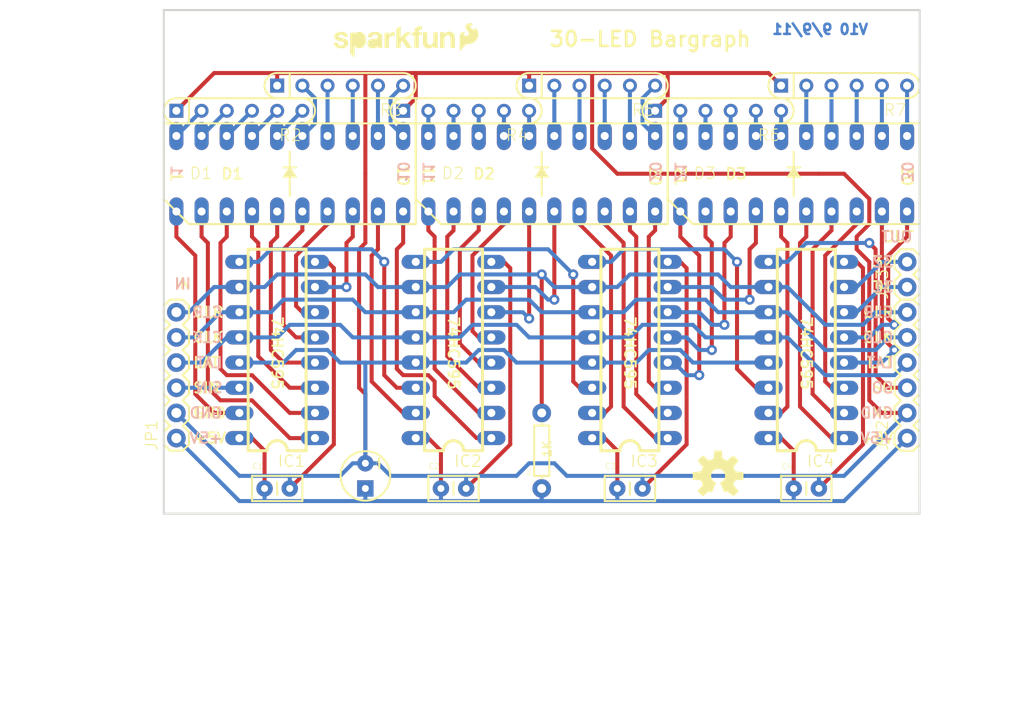
<source format=kicad_pcb>
(kicad_pcb (version 20211014) (generator pcbnew)
  (layers (0 "F.Cu" signal) (31 "B.Cu" signal) (34 "B.Paste" user) (35 "F.Paste" user) (36 "B.SilkS" user "B.Silkscreen") (37 "F.SilkS" user "F.Silkscreen") (38 "B.Mask" user) (39 "F.Mask" user) (44 "Edge.Cuts" user))
  (net 0 "")
  (net 1 "N$1")
  (net 2 "N$2")
  (net 3 "N$3")
  (net 4 "N$4")
  (net 5 "N$5")
  (net 6 "N$6")
  (net 7 "N$7")
  (net 8 "N$8")
  (net 9 "N$10")
  (net 10 "N$19")
  (net 11 "N$20")
  (net 12 "N$21")
  (net 13 "N$22")
  (net 14 "N$23")
  (net 15 "N$24")
  (net 16 "N$28")
  (net 17 "VCC")
  (net 18 "N$41")
  (net 19 "GND")
  (net 20 "N$65")
  (net 21 "N$66")
  (net 22 "N$67")
  (net 23 "CLOCK")
  (net 24 "LATCH")
  (net 25 "SEROUT")
  (net 26 "SERIN")
  (net 27 "N$9")
  (net 28 "N$27")
  (net 29 "N$39")
  (net 30 "N$40")
  (net 31 "N$42")
  (net 32 "N$12")
  (net 33 "N$11")
  (net 34 "N$13")
  (net 35 "N$14")
  (net 36 "N$15")
  (net 37 "N$16")
  (net 38 "N$17")
  (net 39 "N$18")
  (net 40 "N$25")
  (net 41 "N$26")
  (net 42 "N$29")
  (net 43 "N$30")
  (net 44 "N$31")
  (net 45 "N$32")
  (net 46 "N$33")
  (net 47 "N$34")
  (net 48 "N$35")
  (net 49 "N$36")
  (net 50 "N$37")
  (net 51 "N$38")
  (net 52 "N$43")
  (net 53 "N$44")
  (net 54 "N$45")
  (net 55 "N$46")
  (net 56 "N$47")
  (net 57 "N$48")
  (net 58 "N$49")
  (net 59 "N$50")
  (net 60 "N$51")
  (net 61 "N$52")
  (net 62 "N$53")
  (net 63 "N$54")
  (net 64 "N$55")
  (net 65 "N$56")
  (net 66 "N$57")
  (net 67 "N$58")
  (net 68 "N$59")
  (net 69 "N$60")
  (net 70 "*CLEAR")
  (net 71 "31")
  (net 72 "32")
  (footprint "boardEagle:LED_BARGAPH_10" (layer "F.Cu") (at 173.9011 96.1136)
    (fp_text reference "D3")
    (fp_text value "")
  )
  (footprint "boardEagle:DIL16" (layer "F.Cu") (at 139.6111 113.8936 90)
    (fp_text reference "IC2")
    (fp_text value "74LS595N")
  )
  (footprint "boardEagle:1X06" (layer "F.Cu") (at 185.3311 122.7836 90)
    (fp_text reference "JP2")
    (fp_text value "OUT")
  )
  (footprint "boardEagle:CAP-PTH-SMALL2" (layer "F.Cu") (at 120.5611 127.8636)
    (fp_text reference "C1")
    (fp_text value "0.1uF")
  )
  (footprint "boardEagle:LED_BARGAPH_10" (layer "F.Cu") (at 123.1011 96.1136)
    (fp_text reference "D1")
    (fp_text value "")
  )
  (footprint "boardEagle:DIL16" (layer "F.Cu") (at 121.8311 113.8936 90)
    (fp_text reference "IC1")
    (fp_text value "74LS595N")
  )
  (footprint "boardEagle:STAND-OFF" (layer "F.Cu") (at 112.9411 127.8636)
    (fp_text reference "SO4" hide)
    (fp_text value "STAND-OFF" hide)
  )
  (footprint "boardEagle:OSHW-LOGO-M" (layer "F.Cu") (at 166.2811 126.5936)
    (fp_text reference "U$5" hide)
    (fp_text value "OSHW-LOGOM" hide)
  )
  (footprint "boardEagle:STAND-OFF" (layer "F.Cu") (at 184.0611 82.1436)
    (fp_text reference "SO2" hide)
    (fp_text value "STAND-OFF" hide)
  )
  (footprint "boardEagle:RPACK-SIP-PTH-5" (layer "F.Cu") (at 121.8311 87.2236 90)
    (fp_text reference "R3")
    (fp_text value "330")
  )
  (footprint "boardEagle:STAND-OFF" (layer "F.Cu") (at 184.0611 127.8636)
    (fp_text reference "SO3" hide)
    (fp_text value "STAND-OFF" hide)
  )
  (footprint "boardEagle:CAP-PTH-SMALL2" (layer "F.Cu") (at 156.1211 127.8636)
    (fp_text reference "C3")
    (fp_text value "0.1uF")
  )
  (footprint "boardEagle:DIL16" (layer "F.Cu") (at 157.3911 113.8936 90)
    (fp_text reference "IC3")
    (fp_text value "74LS595N")
  )
  (footprint "boardEagle:1X06" (layer "F.Cu") (at 111.6711 122.7836 90)
    (fp_text reference "JP1")
    (fp_text value "IN")
  )
  (footprint "boardEagle:RPACK-SIP-PTH-5" (layer "F.Cu") (at 147.2311 87.2236 90)
    (fp_text reference "R5")
    (fp_text value "330")
  )
  (footprint "boardEagle:AXIAL-0.3" (layer "F.Cu") (at 148.5011 124.0536 90)
    (fp_text reference "R1")
    (fp_text value "1K")
  )
  (footprint "boardEagle:1X02" (layer "F.Cu") (at 185.3311 107.5436 90)
    (fp_text reference "JP3")
    (fp_text value "")
  )
  (footprint "boardEagle:LED_BARGAPH_10" (layer "F.Cu") (at 148.5011 96.1136)
    (fp_text reference "D2")
    (fp_text value "")
  )
  (footprint "boardEagle:DIL16" (layer "F.Cu") (at 175.1711 113.8936 90)
    (fp_text reference "IC4")
    (fp_text value "74LS595N")
  )
  (footprint "boardEagle:CPOL-RADIAL-10UF-25V" (layer "F.Cu") (at 130.7211 126.5936 -90)
    (fp_text reference "C5")
    (fp_text value "10uF")
  )
  (footprint "boardEagle:CAP-PTH-SMALL2" (layer "F.Cu") (at 173.9011 127.8636)
    (fp_text reference "C4")
    (fp_text value "0.1uF")
  )
  (footprint "boardEagle:RPACK-SIP-PTH-5" (layer "F.Cu") (at 172.6311 87.2236 90)
    (fp_text reference "R7")
    (fp_text value "330")
  )
  (footprint "boardEagle:CAP-PTH-SMALL2" (layer "F.Cu") (at 138.3411 127.8636)
    (fp_text reference "C2")
    (fp_text value "0.1uF")
  )
  (footprint "boardEagle:RPACK-SIP-PTH-5" (layer "F.Cu") (at 159.9311 89.7636 90)
    (fp_text reference "R6")
    (fp_text value "330")
  )
  (footprint "boardEagle:SFE-LOGO-FLAME" (layer "F.Cu") (at 140.2461 83.7311)
    (fp_text reference "LOGO2" hide)
    (fp_text value "LOGO-SFESK" hide)
  )
  (footprint "boardEagle:RPACK-SIP-PTH-5" (layer "F.Cu") (at 111.6711 89.7636 90)
    (fp_text reference "R2")
    (fp_text value "330")
  )
  (footprint "boardEagle:STAND-OFF" (layer "F.Cu") (at 112.9411 82.1436)
    (fp_text reference "SO1" hide)
    (fp_text value "STAND-OFF" hide)
  )
  (footprint "boardEagle:CREATIVE_COMMONS" (layer "F.Cu") (at 114.2111 149.4536)
    (fp_text reference "U$6" hide)
    (fp_text value "CREATIVE_COMMONS" hide)
  )
  (footprint "boardEagle:SFE-NEW-WEB" (layer "F.Cu") (at 127.5461 84.3661)
    (fp_text reference "LOGO1" hide)
    (fp_text value "LOGO-SFENW2" hide)
  )
  (footprint "boardEagle:RPACK-SIP-PTH-5" (layer "F.Cu") (at 134.5311 89.7636 90)
    (fp_text reference "R4")
    (fp_text value "330")
  )
  (gr_line (start 110.4011 79.6036) (end 110.4011 130.4036) (layer "Edge.Cuts") (width 0.2032))
  (gr_line (start 186.6011 79.6036) (end 110.4011 79.6036) (layer "Edge.Cuts") (width 0.2032))
  (gr_line (start 186.5811 130.4036) (end 186.6011 79.6036) (layer "Edge.Cuts") (width 0.2032))
  (gr_line (start 110.4011 130.4036) (end 186.5811 130.4036) (layer "Edge.Cuts") (width 0.2032))
  (gr_text "V10 9/9/11" (at 181.5211 82.1436) (layer "B.Cu") (effects (font (size 1.016 1.016) (thickness 0.254)) (justify left bottom mirror)))
  (gr_text "LAT" (at 184.0611 115.7986) (layer "B.SilkS") (effects (font (size 1.0795 1.0795) (thickness 0.1905)) (justify left bottom mirror)))
  (gr_text "32" (at 184.0611 105.6386) (layer "B.SilkS") (effects (font (size 1.0795 1.0795) (thickness 0.1905)) (justify left bottom mirror)))
  (gr_text "11" (at 136.4361 97.0661 -90) (layer "B.SilkS") (effects (font (size 1.0795 1.0795) (thickness 0.1905)) (justify left bottom mirror)))
  (gr_text "1" (at 111.0361 96.4311 -90) (layer "B.SilkS") (effects (font (size 1.0795 1.0795) (thickness 0.1905)) (justify left bottom mirror)))
  (gr_text "OUT" (at 185.9661 103.0986) (layer "B.SilkS") (effects (font (size 1.0795 1.0795) (thickness 0.1905)) (justify left bottom mirror)))
  (gr_text "LAT" (at 116.4336 115.7986) (layer "B.SilkS") (effects (font (size 1.0795 1.0795) (thickness 0.1905)) (justify left bottom mirror)))
  (gr_text "GND" (at 184.0611 120.8786) (layer "B.SilkS") (effects (font (size 1.0795 1.0795) (thickness 0.1905)) (justify left bottom mirror)))
  (gr_text "21" (at 161.8361 97.0661 -90) (layer "B.SilkS") (effects (font (size 1.0795 1.0795) (thickness 0.1905)) (justify left bottom mirror)))
  (gr_text "SO" (at 184.0611 118.3386) (layer "B.SilkS") (effects (font (size 1.0795 1.0795) (thickness 0.1905)) (justify left bottom mirror)))
  (gr_text "20" (at 159.2961 97.0661 -90) (layer "B.SilkS") (effects (font (size 1.0795 1.0795) (thickness 0.1905)) (justify left bottom mirror)))
  (gr_text "GND" (at 116.4336 120.8786) (layer "B.SilkS") (effects (font (size 1.0795 1.0795) (thickness 0.1905)) (justify left bottom mirror)))
  (gr_text "+5V" (at 116.4336 123.4186) (layer "B.SilkS") (effects (font (size 1.0795 1.0795) (thickness 0.1905)) (justify left bottom mirror)))
  (gr_text "CLR" (at 184.0611 110.7186) (layer "B.SilkS") (effects (font (size 1.0795 1.0795) (thickness 0.1905)) (justify left bottom mirror)))
  (gr_text "10" (at 133.8961 97.0661 -90) (layer "B.SilkS") (effects (font (size 1.0795 1.0795) (thickness 0.1905)) (justify left bottom mirror)))
  (gr_text "CLR" (at 116.4336 110.7186) (layer "B.SilkS") (effects (font (size 1.0795 1.0795) (thickness 0.1905)) (justify left bottom mirror)))
  (gr_text "CLK" (at 116.4336 113.2586) (layer "B.SilkS") (effects (font (size 1.0795 1.0795) (thickness 0.1905)) (justify left bottom mirror)))
  (gr_text "CLK" (at 184.0611 113.2586) (layer "B.SilkS") (effects (font (size 1.0795 1.0795) (thickness 0.1905)) (justify left bottom mirror)))
  (gr_text "SIN" (at 116.4336 118.3386) (layer "B.SilkS") (effects (font (size 1.0795 1.0795) (thickness 0.1905)) (justify left bottom mirror)))
  (gr_text "30" (at 184.6961 97.0661 -90) (layer "B.SilkS") (effects (font (size 1.0795 1.0795) (thickness 0.1905)) (justify left bottom mirror)))
  (gr_text "31" (at 184.0611 108.1786) (layer "B.SilkS") (effects (font (size 1.0795 1.0795) (thickness 0.1905)) (justify left bottom mirror)))
  (gr_text "+5V" (at 184.0611 123.4186) (layer "B.SilkS") (effects (font (size 1.0795 1.0795) (thickness 0.1905)) (justify left bottom mirror)))
  (gr_text "IN" (at 113.2586 107.8611) (layer "B.SilkS") (effects (font (size 1.0795 1.0795) (thickness 0.1905)) (justify left bottom mirror)))
  (gr_text "+5V" (at 113.2586 123.4186) (layer "F.SilkS") (effects (font (size 1.0795 1.0795) (thickness 0.1905)) (justify left bottom)))
  (gr_text "21" (at 161.8361 95.1611 270) (layer "F.SilkS") (effects (font (size 1.0795 1.0795) (thickness 0.1905)) (justify left bottom)))
  (gr_text "10" (at 133.8961 95.1611 270) (layer "F.SilkS") (effects (font (size 1.0795 1.0795) (thickness 0.1905)) (justify left bottom)))
  (gr_text "30" (at 184.6961 95.1611 270) (layer "F.SilkS") (effects (font (size 1.0795 1.0795) (thickness 0.1905)) (justify left bottom)))
  (gr_text "CLK" (at 184.0611 111.9886) (layer "F.SilkS") (effects (font (size 1.0795 1.0795) (thickness 0.1905)) (justify right top)))
  (gr_text "OUT" (at 182.7911 103.0986) (layer "F.SilkS") (effects (font (size 1.0795 1.0795) (thickness 0.1905)) (justify left bottom)))
  (gr_text "30-LED Bargraph" (at 149.1361 83.4136) (layer "F.SilkS") (effects (font (size 1.5113 1.5113) (thickness 0.2667)) (justify left bottom)))
  (gr_text "CLK" (at 113.2586 113.2586) (layer "F.SilkS") (effects (font (size 1.0795 1.0795) (thickness 0.1905)) (justify left bottom)))
  (gr_text "SIN" (at 113.2586 118.3386) (layer "F.SilkS") (effects (font (size 1.0795 1.0795) (thickness 0.1905)) (justify left bottom)))
  (gr_text "+5V" (at 184.0611 122.1486) (layer "F.SilkS") (effects (font (size 1.0795 1.0795) (thickness 0.1905)) (justify right top)))
  (gr_text "74HC595" (at 174.5361 110.4011 270) (layer "F.SilkS") (effects (font (size 1.0795 1.0795) (thickness 0.1905)) (justify left bottom)))
  (gr_text "CLR" (at 184.0611 109.4486) (layer "F.SilkS") (effects (font (size 1.0795 1.0795) (thickness 0.1905)) (justify right top)))
  (gr_text "11" (at 136.4361 95.1611 270) (layer "F.SilkS") (effects (font (size 1.0795 1.0795) (thickness 0.1905)) (justify left bottom)))
  (gr_text "LAT" (at 184.0611 114.5286) (layer "F.SilkS") (effects (font (size 1.0795 1.0795) (thickness 0.1905)) (justify right top)))
  (gr_text "1" (at 111.0361 95.7961 270) (layer "F.SilkS") (effects (font (size 1.0795 1.0795) (thickness 0.1905)) (justify left bottom)))
  (gr_text "SO" (at 184.0611 117.0686) (layer "F.SilkS") (effects (font (size 1.0795 1.0795) (thickness 0.1905)) (justify right top)))
  (gr_text "D3" (at 166.9161 96.7486) (layer "F.SilkS") (effects (font (size 1.0795 1.0795) (thickness 0.1905)) (justify left bottom)))
  (gr_text "IN" (at 111.3536 107.8611) (layer "F.SilkS") (effects (font (size 1.0795 1.0795) (thickness 0.1905)) (justify left bottom)))
  (gr_text "74HC595" (at 138.9761 110.4011 270) (layer "F.SilkS") (effects (font (size 1.0795 1.0795) (thickness 0.1905)) (justify left bottom)))
  (gr_text "74HC595" (at 121.1961 110.4011 270) (layer "F.SilkS") (effects (font (size 1.0795 1.0795) (thickness 0.1905)) (justify left bottom)))
  (gr_text "31" (at 184.0611 106.9086) (layer "F.SilkS") (effects (font (size 1.0795 1.0795) (thickness 0.1905)) (justify right top)))
  (gr_text "20" (at 159.2961 95.1611 270) (layer "F.SilkS") (effects (font (size 1.0795 1.0795) (thickness 0.1905)) (justify left bottom)))
  (gr_text "LAT" (at 113.2586 115.7986) (layer "F.SilkS") (effects (font (size 1.0795 1.0795) (thickness 0.1905)) (justify left bottom)))
  (gr_text "D1" (at 116.1161 96.7486) (layer "F.SilkS") (effects (font (size 1.0795 1.0795) (thickness 0.1905)) (justify left bottom)))
  (gr_text "GND" (at 184.0611 119.6086) (layer "F.SilkS") (effects (font (size 1.0795 1.0795) (thickness 0.1905)) (justify right top)))
  (gr_text "GND" (at 113.2586 120.8786) (layer "F.SilkS") (effects (font (size 1.0795 1.0795) (thickness 0.1905)) (justify left bottom)))
  (gr_text "32" (at 184.0611 104.3686) (layer "F.SilkS") (effects (font (size 1.0795 1.0795) (thickness 0.1905)) (justify right top)))
  (gr_text "D2" (at 141.5161 96.7486) (layer "F.SilkS") (effects (font (size 1.0795 1.0795) (thickness 0.1905)) (justify left bottom)))
  (gr_text "74HC595" (at 156.7561 110.4011 270) (layer "F.SilkS") (effects (font (size 1.0795 1.0795) (thickness 0.1905)) (justify left bottom)))
  (gr_text "CLR" (at 113.2586 110.7186) (layer "F.SilkS") (effects (font (size 1.0795 1.0795) (thickness 0.1905)) (justify left bottom)))
  (segment (start 113.5761 104.3686) (end 111.6711 102.4636) (width 0.4064) (layer "F.Cu") (net 1))
  (segment (start 113.5761 118.3386) (end 113.5761 104.3686) (width 0.4064) (layer "F.Cu") (net 1))
  (segment (start 115.4811 120.2436) (end 118.0211 120.2436) (width 0.4064) (layer "F.Cu") (net 1))
  (segment (start 113.5761 118.3386) (end 115.4811 120.2436) (width 0.4064) (layer "F.Cu") (net 1))
  (segment (start 111.6711 102.4636) (end 111.6711 99.9236) (width 0.4064) (layer "F.Cu") (net 1))
  (segment (start 114.2111 102.4636) (end 114.2111 99.9236) (width 0.4064) (layer "F.Cu") (net 2))
  (segment (start 114.8461 117.7036) (end 114.8461 103.0986) (width 0.4064) (layer "F.Cu") (net 2))
  (segment (start 123.1011 122.7836) (end 125.6411 122.7836) (width 0.4064) (layer "F.Cu") (net 2))
  (segment (start 116.1161 118.9736) (end 119.2911 118.9736) (width 0.4064) (layer "F.Cu") (net 2))
  (segment (start 114.8461 103.0986) (end 114.2111 102.4636) (width 0.4064) (layer "F.Cu") (net 2))
  (segment (start 119.2911 118.9736) (end 123.1011 122.7836) (width 0.4064) (layer "F.Cu") (net 2))
  (segment (start 114.8461 117.7036) (end 116.1161 118.9736) (width 0.4064) (layer "F.Cu") (net 2))
  (segment (start 123.1011 120.2436) (end 125.6411 120.2436) (width 0.4064) (layer "F.Cu") (net 3))
  (segment (start 116.1161 115.7986) (end 116.1161 103.0986) (width 0.4064) (layer "F.Cu") (net 3))
  (segment (start 116.7511 116.4336) (end 119.2911 116.4336) (width 0.4064) (layer "F.Cu") (net 3))
  (segment (start 116.1161 103.0986) (end 116.7511 102.4636) (width 0.4064) (layer "F.Cu") (net 3))
  (segment (start 116.7511 116.4336) (end 116.1161 115.7986) (width 0.4064) (layer "F.Cu") (net 3))
  (segment (start 119.2911 116.4336) (end 123.1011 120.2436) (width 0.4064) (layer "F.Cu") (net 3))
  (segment (start 116.7511 102.4636) (end 116.7511 99.9236) (width 0.4064) (layer "F.Cu") (net 3))
  (segment (start 119.2911 102.4636) (end 119.2911 99.9236) (width 0.4064) (layer "F.Cu") (net 4))
  (segment (start 119.9261 114.5286) (end 123.1011 117.7036) (width 0.4064) (layer "F.Cu") (net 4))
  (segment (start 119.9261 114.5286) (end 119.9261 103.0986) (width 0.4064) (layer "F.Cu") (net 4))
  (segment (start 119.9261 103.0986) (end 119.2911 102.4636) (width 0.4064) (layer "F.Cu") (net 4))
  (segment (start 123.1011 117.7036) (end 125.6411 117.7036) (width 0.4064) (layer "F.Cu") (net 4))
  (segment (start 122.4661 115.1636) (end 121.1961 113.8936) (width 0.4064) (layer "F.Cu") (net 5))
  (segment (start 121.8311 102.4636) (end 121.8311 99.9236) (width 0.4064) (layer "F.Cu") (net 5))
  (segment (start 121.1961 113.8936) (end 121.1961 103.0986) (width 0.4064) (layer "F.Cu") (net 5))
  (segment (start 122.4661 115.1636) (end 125.6411 115.1636) (width 0.4064) (layer "F.Cu") (net 5))
  (segment (start 121.1961 103.0986) (end 121.8311 102.4636) (width 0.4064) (layer "F.Cu") (net 5))
  (segment (start 124.3711 101.8286) (end 124.3711 99.9236) (width 0.4064) (layer "F.Cu") (net 6))
  (segment (start 122.4661 103.7336) (end 124.3711 101.8286) (width 0.4064) (layer "F.Cu") (net 6))
  (segment (start 123.7361 112.6236) (end 125.6411 112.6236) (width 0.4064) (layer "F.Cu") (net 6))
  (segment (start 122.4661 111.3536) (end 122.4661 103.7336) (width 0.4064) (layer "F.Cu") (net 6))
  (segment (start 122.4661 111.3536) (end 123.7361 112.6236) (width 0.4064) (layer "F.Cu") (net 6))
  (segment (start 126.9111 101.1936) (end 126.9111 99.9236) (width 0.4064) (layer "F.Cu") (net 7))
  (segment (start 124.3711 110.0836) (end 123.7361 109.4486) (width 0.4064) (layer "F.Cu") (net 7))
  (segment (start 123.7361 104.3686) (end 126.9111 101.1936) (width 0.4064) (layer "F.Cu") (net 7))
  (segment (start 123.7361 109.4486) (end 123.7361 104.3686) (width 0.4064) (layer "F.Cu") (net 7))
  (segment (start 124.3711 110.0836) (end 125.6411 110.0836) (width 0.4064) (layer "F.Cu") (net 7))
  (segment (start 129.4511 102.4636) (end 129.4511 99.9236) (width 0.4064) (layer "F.Cu") (net 8))
  (segment (start 128.8161 107.5436) (end 128.8161 103.0986) (width 0.4064) (layer "F.Cu") (net 8))
  (segment (start 128.8161 103.0986) (end 129.4511 102.4636) (width 0.4064) (layer "F.Cu") (net 8))
  (via (at 128.8161 107.5436) (size 1.016) (drill 0.508) (layers "F.Cu" "B.Cu") (net 8))
  (segment (start 125.6411 107.5436) (end 128.8161 107.5436) (width 0.4064) (layer "B.Cu") (net 8))
  (segment (start 134.5311 116.4336) (end 133.8961 115.7986) (width 0.4064) (layer "F.Cu") (net 9))
  (segment (start 134.5311 103.0986) (end 134.5311 99.9236) (width 0.4064) (layer "F.Cu") (net 9))
  (segment (start 137.7061 117.0686) (end 137.0711 116.4336) (width 0.4064) (layer "F.Cu") (net 9))
  (segment (start 137.0711 116.4336) (end 134.5311 116.4336) (width 0.4064) (layer "F.Cu") (net 9))
  (segment (start 137.7061 118.5565) (end 137.7061 117.0686) (width 0.4064) (layer "F.Cu") (net 9))
  (segment (start 133.8961 115.7986) (end 133.8961 103.7336) (width 0.4064) (layer "F.Cu") (net 9))
  (segment (start 133.8961 103.7336) (end 134.5311 103.0986) (width 0.4064) (layer "F.Cu") (net 9))
  (segment (start 137.7061 118.5565) (end 141.9332 122.7836) (width 0.4064) (layer "F.Cu") (net 9))
  (segment (start 141.9332 122.7836) (end 143.4211 122.7836) (width 0.4064) (layer "F.Cu") (net 9))
  (segment (start 137.0711 101.8286) (end 137.0711 99.9236) (width 0.4064) (layer "F.Cu") (net 10))
  (segment (start 137.7061 115.7986) (end 142.1511 120.2436) (width 0.4064) (layer "F.Cu") (net 10))
  (segment (start 137.7061 115.7986) (end 137.7061 102.4636) (width 0.4064) (layer "F.Cu") (net 10))
  (segment (start 137.7061 102.4636) (end 137.0711 101.8286) (width 0.4064) (layer "F.Cu") (net 10))
  (segment (start 142.1511 120.2436) (end 143.4211 120.2436) (width 0.4064) (layer "F.Cu") (net 10))
  (segment (start 138.9761 102.4636) (end 139.6111 101.8286) (width 0.4064) (layer "F.Cu") (net 11))
  (segment (start 142.1511 117.7036) (end 143.4211 117.7036) (width 0.4064) (layer "F.Cu") (net 11))
  (segment (start 138.9761 114.5286) (end 138.9761 102.4636) (width 0.4064) (layer "F.Cu") (net 11))
  (segment (start 142.1511 117.7036) (end 138.9761 114.5286) (width 0.4064) (layer "F.Cu") (net 11))
  (segment (start 139.6111 101.8286) (end 139.6111 99.9236) (width 0.4064) (layer "F.Cu") (net 11))
  (segment (start 142.1511 101.8286) (end 142.1511 99.9236) (width 0.4064) (layer "F.Cu") (net 12))
  (segment (start 140.2461 103.7336) (end 142.1511 101.8286) (width 0.4064) (layer "F.Cu") (net 12))
  (segment (start 140.2461 113.2586) (end 142.1511 115.1636) (width 0.4064) (layer "F.Cu") (net 12))
  (segment (start 140.2461 113.2586) (end 140.2461 103.7336) (width 0.4064) (layer "F.Cu") (net 12))
  (segment (start 142.1511 115.1636) (end 143.4211 115.1636) (width 0.4064) (layer "F.Cu") (net 12))
  (segment (start 141.5161 104.3686) (end 144.6911 101.1936) (width 0.4064) (layer "F.Cu") (net 13))
  (segment (start 141.5161 111.9886) (end 141.5161 104.3686) (width 0.4064) (layer "F.Cu") (net 13))
  (segment (start 144.6911 101.1936) (end 144.6911 99.9236) (width 0.4064) (layer "F.Cu") (net 13))
  (segment (start 142.1511 112.6236) (end 141.5161 111.9886) (width 0.4064) (layer "F.Cu") (net 13))
  (segment (start 142.1511 112.6236) (end 143.4211 112.6236) (width 0.4064) (layer "F.Cu") (net 13))
  (segment (start 147.2311 110.7186) (end 147.2311 99.9236) (width 0.4064) (layer "F.Cu") (net 14))
  (via (at 147.2311 110.7186) (size 1.016) (drill 0.508) (layers "F.Cu" "B.Cu") (net 14))
  (segment (start 143.4211 110.0836) (end 146.5961 110.0836) (width 0.4064) (layer "B.Cu") (net 14))
  (segment (start 146.5961 110.0836) (end 147.2311 110.7186) (width 0.4064) (layer "B.Cu") (net 14))
  (segment (start 149.7711 108.8136) (end 149.7711 99.9236) (width 0.4064) (layer "F.Cu") (net 15))
  (via (at 149.7711 108.8136) (size 1.016) (drill 0.508) (layers "F.Cu" "B.Cu") (net 15))
  (segment (start 143.4211 107.5436) (end 147.8661 107.5436) (width 0.4064) (layer "B.Cu") (net 15))
  (segment (start 149.1361 108.8136) (end 149.7711 108.8136) (width 0.4064) (layer "B.Cu") (net 15))
  (segment (start 147.8661 107.5436) (end 149.1361 108.8136) (width 0.4064) (layer "B.Cu") (net 15))
  (segment (start 174.5361 103.0986) (end 175.1711 102.4636) (width 0.4064) (layer "F.Cu") (net 16))
  (segment (start 177.7111 122.7836) (end 174.5361 119.6086) (width 0.4064) (layer "F.Cu") (net 16))
  (segment (start 175.1711 102.4636) (end 175.1711 99.9236) (width 0.4064) (layer "F.Cu") (net 16))
  (segment (start 174.5361 119.6086) (end 174.5361 103.0986) (width 0.4064) (layer "F.Cu") (net 16))
  (segment (start 177.7111 122.7836) (end 178.9811 122.7836) (width 0.4064) (layer "F.Cu") (net 16))
  (segment (start 137.0711 122.7836) (end 135.8011 122.7836) (width 0.4064) (layer "F.Cu") (net 17))
  (segment (start 173.9011 124.0536) (end 172.6311 122.7836) (width 0.4064) (layer "F.Cu") (net 17))
  (segment (start 120.5611 124.0536) (end 119.2911 122.7836) (width 0.4064) (layer "F.Cu") (net 17))
  (segment (start 172.6311 122.7836) (end 171.3611 122.7836) (width 0.4064) (layer "F.Cu") (net 17))
  (segment (start 156.1211 127.8636) (end 156.1211 124.0536) (width 0.4064) (layer "F.Cu") (net 17))
  (segment (start 119.2911 122.7836) (end 118.0211 122.7836) (width 0.4064) (layer "F.Cu") (net 17))
  (segment (start 120.5611 127.8636) (end 120.5611 124.0536) (width 0.4064) (layer "F.Cu") (net 17))
  (segment (start 156.1211 124.0536) (end 154.8511 122.7836) (width 0.4064) (layer "F.Cu") (net 17))
  (segment (start 154.8511 122.7836) (end 153.5811 122.7836) (width 0.4064) (layer "F.Cu") (net 17))
  (segment (start 138.3411 124.0536) (end 137.0711 122.7836) (width 0.4064) (layer "F.Cu") (net 17))
  (segment (start 173.9011 127.8636) (end 173.9011 124.0536) (width 0.4064) (layer "F.Cu") (net 17))
  (segment (start 138.3411 127.8636) (end 138.3411 124.0536) (width 0.4064) (layer "F.Cu") (net 17))
  (segment (start 173.9011 129.1336) (end 178.9811 129.1336) (width 0.4064) (layer "B.Cu") (net 17))
  (segment (start 130.7211 129.1336) (end 138.3411 129.1336) (width 0.4064) (layer "B.Cu") (net 17))
  (segment (start 138.3411 129.1336) (end 148.5011 129.1336) (width 0.4064) (layer "B.Cu") (net 17))
  (segment (start 148.5011 129.1336) (end 148.5011 127.8636) (width 0.4064) (layer "B.Cu") (net 17))
  (segment (start 120.5611 129.1336) (end 120.5611 127.8636) (width 0.4064) (layer "B.Cu") (net 17))
  (segment (start 120.5611 129.1336) (end 130.7211 129.1336) (width 0.4064) (layer "B.Cu") (net 17))
  (segment (start 156.1211 129.1336) (end 156.1211 127.8636) (width 0.4064) (layer "B.Cu") (net 17))
  (segment (start 118.0211 129.1336) (end 120.5611 129.1336) (width 0.4064) (layer "B.Cu") (net 17))
  (segment (start 178.9811 129.1336) (end 185.3311 122.7836) (width 0.4064) (layer "B.Cu") (net 17))
  (segment (start 130.7211 129.1336) (end 130.7211 127.8636) (width 0.4064) (layer "B.Cu") (net 17))
  (segment (start 111.6711 122.7836) (end 118.0211 129.1336) (width 0.4064) (layer "B.Cu") (net 17))
  (segment (start 173.9011 129.1336) (end 173.9011 127.8636) (width 0.4064) (layer "B.Cu") (net 17))
  (segment (start 138.3411 129.1336) (end 138.3411 127.8636) (width 0.4064) (layer "B.Cu") (net 17))
  (segment (start 148.5011 129.1336) (end 156.1211 129.1336) (width 0.4064) (layer "B.Cu") (net 17))
  (segment (start 156.1211 129.1336) (end 173.9011 129.1336) (width 0.4064) (layer "B.Cu") (net 17))
  (segment (start 182.7911 112.6236) (end 182.7911 103.0986) (width 0.4064) (layer "F.Cu") (net 18))
  (segment (start 184.0611 113.8936) (end 182.7911 112.6236) (width 0.4064) (layer "F.Cu") (net 18))
  (segment (start 182.7911 101.1936) (end 182.7911 99.9236) (width 0.4064) (layer "F.Cu") (net 18))
  (segment (start 182.7911 103.0986) (end 182.7911 101.1936) (width 0.4064) (layer "F.Cu") (net 18))
  (via (at 184.0611 113.8936) (size 1.016) (drill 0.508) (layers "F.Cu" "B.Cu") (net 18))
  (segment (start 182.7911 115.1636) (end 184.0611 113.8936) (width 0.4064) (layer "B.Cu") (net 18))
  (segment (start 178.9811 115.1636) (end 182.7911 115.1636) (width 0.4064) (layer "B.Cu") (net 18))
  (segment (start 161.2011 85.9536) (end 161.2011 88.4936) (width 0.4064) (layer "F.Cu") (net 19))
  (segment (start 130.7211 85.9536) (end 135.8011 85.9536) (width 0.4064) (layer "F.Cu") (net 19))
  (segment (start 127.5461 105.6386) (end 126.9111 105.0036) (width 0.4064) (layer "F.Cu") (net 19))
  (segment (start 135.8011 85.9536) (end 147.2311 85.9536) (width 0.4064) (layer "F.Cu") (net 19))
  (segment (start 161.2011 88.4936) (end 159.9311 89.7636) (width 0.4064) (layer "F.Cu") (net 19))
  (segment (start 163.1061 123.4186) (end 163.1061 105.6386) (width 0.4064) (layer "F.Cu") (net 19))
  (segment (start 140.8811 127.8636) (end 145.3261 123.4186) (width 0.4064) (layer "F.Cu") (net 19))
  (segment (start 147.2311 85.9536) (end 153.5811 85.9536) (width 0.4064) (layer "F.Cu") (net 19))
  (segment (start 121.8311 85.9536) (end 121.8311 87.2236) (width 0.4064) (layer "F.Cu") (net 19))
  (segment (start 130.0861 103.7336) (end 130.7211 103.0986) (width 0.4064) (layer "F.Cu") (net 19))
  (segment (start 144.6911 105.0036) (end 143.4211 105.0036) (width 0.4064) (layer "F.Cu") (net 19))
  (segment (start 147.2311 85.9536) (end 147.2311 87.2236) (width 0.4064) (layer "F.Cu") (net 19))
  (segment (start 115.4811 85.9536) (end 111.6711 89.7636) (width 0.4064) (layer "F.Cu") (net 19))
  (segment (start 181.5211 105.0036) (end 180.2511 103.7336) (width 0.4064) (layer "F.Cu") (net 19))
  (segment (start 181.5211 118.9736) (end 181.5211 105.0036) (width 0.4064) (layer "F.Cu") (net 19))
  (segment (start 162.4711 105.0036) (end 161.2011 105.0036) (width 0.4064) (layer "F.Cu") (net 19))
  (segment (start 130.7211 85.9536) (end 121.8311 85.9536) (width 0.4064) (layer "F.Cu") (net 19))
  (segment (start 163.1061 105.6386) (end 162.4711 105.0036) (width 0.4064) (layer "F.Cu") (net 19))
  (segment (start 180.8861 105.6386) (end 180.2511 105.0036) (width 0.4064) (layer "F.Cu") (net 19))
  (segment (start 135.8011 85.9536) (end 135.8011 88.4936) (width 0.4064) (layer "F.Cu") (net 19))
  (segment (start 176.4411 96.1136) (end 178.9811 96.1136) (width 0.4064) (layer "F.Cu") (net 19))
  (segment (start 130.0861 117.7036) (end 130.0861 103.7336) (width 0.4064) (layer "F.Cu") (net 19))
  (segment (start 130.7211 118.3386) (end 130.0861 117.7036) (width 0.4064) (layer "F.Cu") (net 19))
  (segment (start 145.3261 123.4186) (end 145.3261 105.6386) (width 0.4064) (layer "F.Cu") (net 19))
  (segment (start 130.7211 125.3236) (end 130.7211 118.3386) (width 0.4064) (layer "F.Cu") (net 19))
  (segment (start 180.8861 123.4186) (end 180.8861 105.6386) (width 0.4064) (layer "F.Cu") (net 19))
  (segment (start 182.7911 120.2436) (end 181.5211 118.9736) (width 0.4064) (layer "F.Cu") (net 19))
  (segment (start 126.9111 105.0036) (end 125.6411 105.0036) (width 0.4064) (layer "F.Cu") (net 19))
  (segment (start 123.1011 127.8636) (end 127.5461 123.4186) (width 0.4064) (layer "F.Cu") (net 19))
  (segment (start 130.7211 103.0986) (end 130.7211 96.1136) (width 0.4064) (layer "F.Cu") (net 19))
  (segment (start 181.5211 101.1936) (end 180.2511 102.4636) (width 0.4064) (layer "F.Cu") (net 19))
  (segment (start 153.5811 85.9536) (end 161.2011 85.9536) (width 0.4064) (layer "F.Cu") (net 19))
  (segment (start 180.2511 103.7336) (end 180.2511 102.4636) (width 0.4064) (layer "F.Cu") (net 19))
  (segment (start 156.1211 96.1136) (end 176.4411 96.1136) (width 0.4064) (layer "F.Cu") (net 19))
  (segment (start 135.8011 88.4936) (end 134.5311 89.7636) (width 0.4064) (layer "F.Cu") (net 19))
  (segment (start 127.5461 123.4186) (end 127.5461 105.6386) (width 0.4064) (layer "F.Cu") (net 19))
  (segment (start 178.9811 96.1136) (end 181.5211 98.6536) (width 0.4064) (layer "F.Cu") (net 19))
  (segment (start 181.5211 98.6536) (end 181.5211 101.1936) (width 0.4064) (layer "F.Cu") (net 19))
  (segment (start 185.3311 120.2436) (end 182.7911 120.2436) (width 0.4064) (layer "F.Cu") (net 19))
  (segment (start 161.2011 85.9536) (end 171.3611 85.9536) (width 0.4064) (layer "F.Cu") (net 19))
  (segment (start 153.5811 93.5736) (end 156.1211 96.1136) (width 0.4064) (layer "F.Cu") (net 19))
  (segment (start 153.5811 85.9536) (end 153.5811 93.5736) (width 0.4064) (layer "F.Cu") (net 19))
  (segment (start 176.4411 127.8636) (end 180.8861 123.4186) (width 0.4064) (layer "F.Cu") (net 19))
  (segment (start 180.2511 105.0036) (end 178.9811 105.0036) (width 0.4064) (layer "F.Cu") (net 19))
  (segment (start 145.3261 105.6386) (end 144.6911 105.0036) (width 0.4064) (layer "F.Cu") (net 19))
  (segment (start 158.6611 127.8636) (end 163.1061 123.4186) (width 0.4064) (layer "F.Cu") (net 19))
  (segment (start 130.7211 96.1136) (end 130.7211 85.9536) (width 0.4064) (layer "F.Cu") (net 19))
  (segment (start 121.8311 85.9536) (end 115.4811 85.9536) (width 0.4064) (layer "F.Cu") (net 19))
  (segment (start 171.3611 85.9536) (end 172.6311 87.2236) (width 0.4064) (layer "F.Cu") (net 19))
  (segment (start 149.7711 125.3236) (end 151.0411 126.5936) (width 0.4064) (layer "B.Cu") (net 19))
  (segment (start 158.6611 126.5936) (end 158.6611 127.8636) (width 0.4064) (layer "B.Cu") (net 19))
  (segment (start 151.0411 126.5936) (end 158.6611 126.5936) (width 0.4064) (layer "B.Cu") (net 19))
  (segment (start 159.2961 113.8936) (end 162.4711 113.8936) (width 0.4064) (layer "B.Cu") (net 19))
  (segment (start 145.9611 126.5936) (end 147.2311 125.3236) (width 0.4064) (layer "B.Cu") (net 19))
  (segment (start 145.9611 115.1636) (end 153.5811 115.1636) (width 0.4064) (layer "B.Cu") (net 19))
  (segment (start 158.6611 126.5936) (end 176.4411 126.5936) (width 0.4064) (layer "B.Cu") (net 19))
  (segment (start 163.7411 115.1636) (end 171.3611 115.1636) (width 0.4064) (layer "B.Cu") (net 19))
  (segment (start 140.8811 126.5936) (end 140.8811 127.8636) (width 0.4064) (layer "B.Cu") (net 19))
  (segment (start 130.7211 125.3236) (end 131.9911 125.3236) (width 0.4064) (layer "B.Cu") (net 19))
  (segment (start 142.1511 113.8936) (end 144.6911 113.8936) (width 0.4064) (layer "B.Cu") (net 19))
  (segment (start 130.7211 125.3236) (end 130.7211 115.1636) (width 0.4064) (layer "B.Cu") (net 19))
  (segment (start 111.6711 120.2436) (end 118.0211 126.5936) (width 0.4064) (layer "B.Cu") (net 19))
  (segment (start 158.0261 115.1636) (end 159.2961 113.8936) (width 0.4064) (layer "B.Cu") (net 19))
  (segment (start 128.1811 126.5936) (end 129.4511 125.3236) (width 0.4064) (layer "B.Cu") (net 19))
  (segment (start 153.5811 115.1636) (end 158.0261 115.1636) (width 0.4064) (layer "B.Cu") (net 19))
  (segment (start 133.2611 126.5936) (end 140.8811 126.5936) (width 0.4064) (layer "B.Cu") (net 19))
  (segment (start 126.9111 113.8936) (end 123.7361 113.8936) (width 0.4064) (layer "B.Cu") (net 19))
  (segment (start 147.2311 125.3236) (end 149.7711 125.3236) (width 0.4064) (layer "B.Cu") (net 19))
  (segment (start 118.0211 126.5936) (end 123.1011 126.5936) (width 0.4064) (layer "B.Cu") (net 19))
  (segment (start 178.9811 126.5936) (end 185.3311 120.2436) (width 0.4064) (layer "B.Cu") (net 19))
  (segment (start 130.7211 115.1636) (end 135.8011 115.1636) (width 0.4064) (layer "B.Cu") (net 19))
  (segment (start 129.4511 125.3236) (end 130.7211 125.3236) (width 0.4064) (layer "B.Cu") (net 19))
  (segment (start 144.6911 113.8936) (end 145.9611 115.1636) (width 0.4064) (layer "B.Cu") (net 19))
  (segment (start 176.4411 126.5936) (end 176.4411 127.8636) (width 0.4064) (layer "B.Cu") (net 19))
  (segment (start 122.4661 115.1636) (end 118.0211 115.1636) (width 0.4064) (layer "B.Cu") (net 19))
  (segment (start 123.1011 126.5936) (end 123.1011 127.8636) (width 0.4064) (layer "B.Cu") (net 19))
  (segment (start 135.8011 115.1636) (end 140.8811 115.1636) (width 0.4064) (layer "B.Cu") (net 19))
  (segment (start 176.4411 126.5936) (end 178.9811 126.5936) (width 0.4064) (layer "B.Cu") (net 19))
  (segment (start 162.4711 113.8936) (end 163.7411 115.1636) (width 0.4064) (layer "B.Cu") (net 19))
  (segment (start 140.8811 126.5936) (end 145.9611 126.5936) (width 0.4064) (layer "B.Cu") (net 19))
  (segment (start 140.8811 115.1636) (end 142.1511 113.8936) (width 0.4064) (layer "B.Cu") (net 19))
  (segment (start 123.7361 113.8936) (end 122.4661 115.1636) (width 0.4064) (layer "B.Cu") (net 19))
  (segment (start 123.1011 126.5936) (end 128.1811 126.5936) (width 0.4064) (layer "B.Cu") (net 19))
  (segment (start 128.1811 115.1636) (end 126.9111 113.8936) (width 0.4064) (layer "B.Cu") (net 19))
  (segment (start 131.9911 125.3236) (end 133.2611 126.5936) (width 0.4064) (layer "B.Cu") (net 19))
  (segment (start 130.7211 115.1636) (end 128.1811 115.1636) (width 0.4064) (layer "B.Cu") (net 19))
  (segment (start 132.6261 116.4336) (end 133.8961 117.7036) (width 0.4064) (layer "F.Cu") (net 20))
  (segment (start 133.8961 117.7036) (end 135.8011 117.7036) (width 0.4064) (layer "F.Cu") (net 20))
  (segment (start 132.6261 105.0036) (end 132.6261 116.4336) (width 0.4064) (layer "F.Cu") (net 20))
  (via (at 132.6261 105.0036) (size 1.016) (drill 0.508) (layers "F.Cu" "B.Cu") (net 20))
  (segment (start 131.3561 103.7336) (end 132.6261 105.0036) (width 0.4064) (layer "B.Cu") (net 20))
  (segment (start 119.9261 105.0036) (end 121.1961 103.7336) (width 0.4064) (layer "B.Cu") (net 20))
  (segment (start 121.1961 103.7336) (end 131.3561 103.7336) (width 0.4064) (layer "B.Cu") (net 20))
  (segment (start 118.0211 105.0036) (end 119.9261 105.0036) (width 0.4064) (layer "B.Cu") (net 20))
  (segment (start 151.6761 106.2736) (end 151.6761 117.0686) (width 0.4064) (layer "F.Cu") (net 21))
  (segment (start 151.6761 117.0686) (end 152.3111 117.7036) (width 0.4064) (layer "F.Cu") (net 21))
  (segment (start 152.3111 117.7036) (end 153.5811 117.7036) (width 0.4064) (layer "F.Cu") (net 21))
  (via (at 151.6761 106.2736) (size 1.016) (drill 0.508) (layers "F.Cu" "B.Cu") (net 21))
  (segment (start 135.8011 105.0036) (end 138.3411 105.0036) (width 0.4064) (layer "B.Cu") (net 21))
  (segment (start 149.1361 103.7336) (end 151.6761 106.2736) (width 0.4064) (layer "B.Cu") (net 21))
  (segment (start 138.3411 105.0036) (end 139.6111 103.7336) (width 0.4064) (layer "B.Cu") (net 21))
  (segment (start 139.6111 103.7336) (end 149.1361 103.7336) (width 0.4064) (layer "B.Cu") (net 21))
  (segment (start 168.1861 105.0036) (end 168.1861 115.7986) (width 0.4064) (layer "F.Cu") (net 22))
  (segment (start 168.1861 115.7986) (end 170.0911 117.7036) (width 0.4064) (layer "F.Cu") (net 22))
  (segment (start 170.0911 117.7036) (end 171.3611 117.7036) (width 0.4064) (layer "F.Cu") (net 22))
  (via (at 168.1861 105.0036) (size 1.016) (drill 0.508) (layers "F.Cu" "B.Cu") (net 22))
  (segment (start 166.9161 103.7336) (end 168.1861 105.0036) (width 0.4064) (layer "B.Cu") (net 22))
  (segment (start 155.4861 105.0036) (end 156.7561 103.7336) (width 0.4064) (layer "B.Cu") (net 22))
  (segment (start 153.5811 105.0036) (end 155.4861 105.0036) (width 0.4064) (layer "B.Cu") (net 22))
  (segment (start 156.7561 103.7336) (end 166.9161 103.7336) (width 0.4064) (layer "B.Cu") (net 22))
  (segment (start 122.4661 108.8136) (end 129.4511 108.8136) (width 0.4064) (layer "B.Cu") (net 23))
  (segment (start 116.1161 110.0836) (end 118.0211 110.0836) (width 0.4064) (layer "B.Cu") (net 23))
  (segment (start 171.3611 110.0836) (end 173.2661 110.0836) (width 0.4064) (layer "B.Cu") (net 23))
  (segment (start 165.0111 108.8136) (end 166.2811 110.0836) (width 0.4064) (layer "B.Cu") (net 23))
  (segment (start 121.1961 110.0836) (end 122.4661 108.8136) (width 0.4064) (layer "B.Cu") (net 23))
  (segment (start 129.4511 108.8136) (end 130.7211 110.0836) (width 0.4064) (layer "B.Cu") (net 23))
  (segment (start 130.7211 110.0836) (end 135.8011 110.0836) (width 0.4064) (layer "B.Cu") (net 23))
  (segment (start 147.2311 108.8136) (end 148.5011 110.0836) (width 0.4064) (layer "B.Cu") (net 23))
  (segment (start 111.6711 112.6236) (end 113.5761 112.6236) (width 0.4064) (layer "B.Cu") (net 23))
  (segment (start 156.7561 110.0836) (end 158.0261 108.8136) (width 0.4064) (layer "B.Cu") (net 23))
  (segment (start 158.0261 108.8136) (end 165.0111 108.8136) (width 0.4064) (layer "B.Cu") (net 23))
  (segment (start 139.6111 110.0836) (end 140.8811 108.8136) (width 0.4064) (layer "B.Cu") (net 23))
  (segment (start 148.5011 110.0836) (end 153.5811 110.0836) (width 0.4064) (layer "B.Cu") (net 23))
  (segment (start 173.2661 110.0836) (end 177.0761 113.8936) (width 0.4064) (layer "B.Cu") (net 23))
  (segment (start 140.8811 108.8136) (end 147.2311 108.8136) (width 0.4064) (layer "B.Cu") (net 23))
  (segment (start 118.0211 110.0836) (end 121.1961 110.0836) (width 0.4064) (layer "B.Cu") (net 23))
  (segment (start 182.1561 113.8936) (end 183.4261 112.6236) (width 0.4064) (layer "B.Cu") (net 23))
  (segment (start 177.0761 113.8936) (end 182.1561 113.8936) (width 0.4064) (layer "B.Cu") (net 23))
  (segment (start 135.8011 110.0836) (end 139.6111 110.0836) (width 0.4064) (layer "B.Cu") (net 23))
  (segment (start 166.2811 110.0836) (end 171.3611 110.0836) (width 0.4064) (layer "B.Cu") (net 23))
  (segment (start 153.5811 110.0836) (end 156.7561 110.0836) (width 0.4064) (layer "B.Cu") (net 23))
  (segment (start 183.4261 112.6236) (end 185.3311 112.6236) (width 0.4064) (layer "B.Cu") (net 23))
  (segment (start 113.5761 112.6236) (end 116.1161 110.0836) (width 0.4064) (layer "B.Cu") (net 23))
  (segment (start 158.6611 111.3536) (end 163.7411 111.3536) (width 0.4064) (layer "B.Cu") (net 24))
  (segment (start 129.4511 112.6236) (end 135.8011 112.6236) (width 0.4064) (layer "B.Cu") (net 24))
  (segment (start 145.9611 111.3536) (end 147.2311 112.6236) (width 0.4064) (layer "B.Cu") (net 24))
  (segment (start 123.1011 111.3536) (end 128.1811 111.3536) (width 0.4064) (layer "B.Cu") (net 24))
  (segment (start 177.0761 116.4336) (end 184.0611 116.4336) (width 0.4064) (layer "B.Cu") (net 24))
  (segment (start 153.5811 112.6236) (end 157.3911 112.6236) (width 0.4064) (layer "B.Cu") (net 24))
  (segment (start 165.0111 112.6236) (end 171.3611 112.6236) (width 0.4064) (layer "B.Cu") (net 24))
  (segment (start 184.0611 116.4336) (end 185.3311 115.1636) (width 0.4064) (layer "B.Cu") (net 24))
  (segment (start 157.3911 112.6236) (end 158.6611 111.3536) (width 0.4064) (layer "B.Cu") (net 24))
  (segment (start 135.8011 112.6236) (end 140.2461 112.6236) (width 0.4064) (layer "B.Cu") (net 24))
  (segment (start 114.2111 115.1636) (end 116.7511 112.6236) (width 0.4064) (layer "B.Cu") (net 24))
  (segment (start 147.2311 112.6236) (end 153.5811 112.6236) (width 0.4064) (layer "B.Cu") (net 24))
  (segment (start 163.7411 111.3536) (end 165.0111 112.6236) (width 0.4064) (layer "B.Cu") (net 24))
  (segment (start 173.2661 112.6236) (end 177.0761 116.4336) (width 0.4064) (layer "B.Cu") (net 24))
  (segment (start 111.6711 115.1636) (end 114.2111 115.1636) (width 0.4064) (layer "B.Cu") (net 24))
  (segment (start 116.7511 112.6236) (end 118.0211 112.6236) (width 0.4064) (layer "B.Cu") (net 24))
  (segment (start 118.0211 112.6236) (end 121.8311 112.6236) (width 0.4064) (layer "B.Cu") (net 24))
  (segment (start 141.5161 111.3536) (end 145.9611 111.3536) (width 0.4064) (layer "B.Cu") (net 24))
  (segment (start 128.1811 111.3536) (end 129.4511 112.6236) (width 0.4064) (layer "B.Cu") (net 24))
  (segment (start 121.8311 112.6236) (end 123.1011 111.3536) (width 0.4064) (layer "B.Cu") (net 24))
  (segment (start 171.3611 112.6236) (end 173.2661 112.6236) (width 0.4064) (layer "B.Cu") (net 24))
  (segment (start 140.2461 112.6236) (end 141.5161 111.3536) (width 0.4064) (layer "B.Cu") (net 24))
  (segment (start 183.4261 117.7036) (end 185.3311 117.7036) (width 0.4064) (layer "F.Cu") (net 25))
  (segment (start 182.1561 116.4336) (end 182.1561 103.7336) (width 0.4064) (layer "F.Cu") (net 25))
  (segment (start 182.1561 103.7336) (end 181.5211 103.0986) (width 0.4064) (layer "F.Cu") (net 25))
  (segment (start 182.1561 116.4336) (end 183.4261 117.7036) (width 0.4064) (layer "F.Cu") (net 25))
  (via (at 181.5211 103.0986) (size 1.016) (drill 0.508) (layers "F.Cu" "B.Cu") (net 25))
  (segment (start 175.1711 103.0986) (end 173.2661 105.0036) (width 0.4064) (layer "B.Cu") (net 25))
  (segment (start 173.2661 105.0036) (end 171.3611 105.0036) (width 0.4064) (layer "B.Cu") (net 25))
  (segment (start 181.5211 103.0986) (end 175.1711 103.0986) (width 0.4064) (layer "B.Cu") (net 25))
  (segment (start 111.6711 117.7036) (end 118.0211 117.7036) (width 0.4064) (layer "B.Cu") (net 26))
  (segment (start 131.9911 103.7336) (end 131.9911 99.9236) (width 0.4064) (layer "F.Cu") (net 27))
  (segment (start 134.5311 120.2436) (end 131.3561 117.0686) (width 0.4064) (layer "F.Cu") (net 27))
  (segment (start 131.3561 104.3686) (end 131.9911 103.7336) (width 0.4064) (layer "F.Cu") (net 27))
  (segment (start 131.3561 117.0686) (end 131.3561 104.3686) (width 0.4064) (layer "F.Cu") (net 27))
  (segment (start 134.5311 120.2436) (end 135.8011 120.2436) (width 0.4064) (layer "F.Cu") (net 27))
  (segment (start 171.3611 120.2436) (end 172.6311 120.2436) (width 0.4064) (layer "F.Cu") (net 28))
  (segment (start 173.2661 103.0986) (end 172.6311 102.4636) (width 0.4064) (layer "F.Cu") (net 28))
  (segment (start 172.6311 102.4636) (end 172.6311 99.9236) (width 0.4064) (layer "F.Cu") (net 28))
  (segment (start 173.2661 119.6086) (end 173.2661 103.0986) (width 0.4064) (layer "F.Cu") (net 28))
  (segment (start 172.6311 120.2436) (end 173.2661 119.6086) (width 0.4064) (layer "F.Cu") (net 28))
  (segment (start 177.7111 101.8286) (end 177.7111 99.9236) (width 0.4064) (layer "F.Cu") (net 29))
  (segment (start 175.8061 118.3386) (end 177.7111 120.2436) (width 0.4064) (layer "F.Cu") (net 29))
  (segment (start 177.7111 120.2436) (end 178.9811 120.2436) (width 0.4064) (layer "F.Cu") (net 29))
  (segment (start 175.8061 118.3386) (end 175.8061 103.7336) (width 0.4064) (layer "F.Cu") (net 29))
  (segment (start 175.8061 103.7336) (end 177.7111 101.8286) (width 0.4064) (layer "F.Cu") (net 29))
  (segment (start 180.2511 101.1936) (end 180.2511 99.9236) (width 0.4064) (layer "F.Cu") (net 30))
  (segment (start 177.7111 117.7036) (end 177.0761 117.0686) (width 0.4064) (layer "F.Cu") (net 30))
  (segment (start 177.0761 104.3686) (end 180.2511 101.1936) (width 0.4064) (layer "F.Cu") (net 30))
  (segment (start 177.0761 117.0686) (end 177.0761 104.3686) (width 0.4064) (layer "F.Cu") (net 30))
  (segment (start 177.7111 117.7036) (end 178.9811 117.7036) (width 0.4064) (layer "F.Cu") (net 30))
  (segment (start 184.0611 111.3536) (end 183.4261 110.7186) (width 0.4064) (layer "F.Cu") (net 31))
  (segment (start 183.4261 110.7186) (end 183.4261 104.3686) (width 0.4064) (layer "F.Cu") (net 31))
  (segment (start 183.4261 104.3686) (end 185.3311 102.4636) (width 0.4064) (layer "F.Cu") (net 31))
  (segment (start 185.3311 102.4636) (end 185.3311 99.9236) (width 0.4064) (layer "F.Cu") (net 31))
  (via (at 184.0611 111.3536) (size 1.016) (drill 0.508) (layers "F.Cu" "B.Cu") (net 31))
  (segment (start 182.7911 111.3536) (end 184.0611 111.3536) (width 0.4064) (layer "B.Cu") (net 31))
  (segment (start 178.9811 112.6236) (end 181.5211 112.6236) (width 0.4064) (layer "B.Cu") (net 31))
  (segment (start 181.5211 112.6236) (end 182.7911 111.3536) (width 0.4064) (layer "B.Cu") (net 31))
  (segment (start 153.5811 120.2436) (end 154.8511 120.2436) (width 0.4064) (layer "F.Cu") (net 32))
  (segment (start 155.4861 107.5436) (end 155.4861 106.9086) (width 0.4064) (layer "F.Cu") (net 32))
  (segment (start 155.4861 104.3686) (end 152.3111 101.1936) (width 0.4064) (layer "F.Cu") (net 32))
  (segment (start 154.8511 120.2436) (end 155.4861 119.6086) (width 0.4064) (layer "F.Cu") (net 32))
  (segment (start 152.3111 101.1936) (end 152.3111 99.9236) (width 0.4064) (layer "F.Cu") (net 32))
  (segment (start 155.4861 106.9086) (end 155.4861 104.3686) (width 0.4064) (layer "F.Cu") (net 32))
  (segment (start 155.4861 119.6086) (end 155.4861 107.5436) (width 0.4064) (layer "F.Cu") (net 32))
  (segment (start 156.7561 103.0986) (end 154.8511 101.1936) (width 0.4064) (layer "F.Cu") (net 33))
  (segment (start 154.8511 101.1936) (end 154.8511 99.9236) (width 0.4064) (layer "F.Cu") (net 33))
  (segment (start 159.9311 122.7836) (end 161.2011 122.7836) (width 0.4064) (layer "F.Cu") (net 33))
  (segment (start 156.7561 119.6086) (end 156.7561 103.0986) (width 0.4064) (layer "F.Cu") (net 33))
  (segment (start 156.7561 119.6086) (end 159.9311 122.7836) (width 0.4064) (layer "F.Cu") (net 33))
  (segment (start 158.0261 118.3386) (end 158.0261 102.4636) (width 0.4064) (layer "F.Cu") (net 34))
  (segment (start 157.3911 101.8286) (end 157.3911 99.9236) (width 0.4064) (layer "F.Cu") (net 34))
  (segment (start 159.9311 120.2436) (end 161.2011 120.2436) (width 0.4064) (layer "F.Cu") (net 34))
  (segment (start 158.0261 102.4636) (end 157.3911 101.8286) (width 0.4064) (layer "F.Cu") (net 34))
  (segment (start 158.0261 118.3386) (end 159.9311 120.2436) (width 0.4064) (layer "F.Cu") (net 34))
  (segment (start 159.9311 117.7036) (end 161.2011 117.7036) (width 0.4064) (layer "F.Cu") (net 35))
  (segment (start 159.2961 117.0686) (end 159.9311 117.7036) (width 0.4064) (layer "F.Cu") (net 35))
  (segment (start 159.2961 102.4636) (end 159.9311 101.8286) (width 0.4064) (layer "F.Cu") (net 35))
  (segment (start 159.9311 101.8286) (end 159.9311 99.9236) (width 0.4064) (layer "F.Cu") (net 35))
  (segment (start 159.2961 117.0686) (end 159.2961 102.4636) (width 0.4064) (layer "F.Cu") (net 35))
  (segment (start 164.3761 104.3686) (end 162.4711 102.4636) (width 0.4064) (layer "F.Cu") (net 36))
  (segment (start 162.4711 102.4636) (end 162.4711 99.9236) (width 0.4064) (layer "F.Cu") (net 36))
  (segment (start 164.3761 116.4336) (end 164.3761 104.3686) (width 0.4064) (layer "F.Cu") (net 36))
  (via (at 164.3761 116.4336) (size 1.016) (drill 0.508) (layers "F.Cu" "B.Cu") (net 36))
  (segment (start 163.1061 116.4336) (end 161.8361 115.1636) (width 0.4064) (layer "B.Cu") (net 36))
  (segment (start 163.1061 116.4336) (end 164.3761 116.4336) (width 0.4064) (layer "B.Cu") (net 36))
  (segment (start 161.8361 115.1636) (end 161.2011 115.1636) (width 0.4064) (layer "B.Cu") (net 36))
  (segment (start 165.6461 113.8936) (end 165.6461 103.0986) (width 0.4064) (layer "F.Cu") (net 37))
  (segment (start 165.6461 103.0986) (end 165.0111 102.4636) (width 0.4064) (layer "F.Cu") (net 37))
  (segment (start 165.0111 102.4636) (end 165.0111 99.9236) (width 0.4064) (layer "F.Cu") (net 37))
  (via (at 165.6461 113.8936) (size 1.016) (drill 0.508) (layers "F.Cu" "B.Cu") (net 37))
  (segment (start 161.2011 112.6236) (end 163.1061 112.6236) (width 0.4064) (layer "B.Cu") (net 37))
  (segment (start 164.3761 113.8936) (end 165.6461 113.8936) (width 0.4064) (layer "B.Cu") (net 37))
  (segment (start 163.1061 112.6236) (end 164.3761 113.8936) (width 0.4064) (layer "B.Cu") (net 37))
  (segment (start 167.5511 102.4636) (end 167.5511 99.9236) (width 0.4064) (layer "F.Cu") (net 38))
  (segment (start 166.9161 111.3536) (end 166.9161 103.0986) (width 0.4064) (layer "F.Cu") (net 38))
  (segment (start 166.9161 103.0986) (end 167.5511 102.4636) (width 0.4064) (layer "F.Cu") (net 38))
  (via (at 166.9161 111.3536) (size 1.016) (drill 0.508) (layers "F.Cu" "B.Cu") (net 38))
  (segment (start 165.6461 111.3536) (end 166.9161 111.3536) (width 0.4064) (layer "B.Cu") (net 38))
  (segment (start 161.2011 110.0836) (end 164.3761 110.0836) (width 0.4064) (layer "B.Cu") (net 38))
  (segment (start 164.3761 110.0836) (end 165.6461 111.3536) (width 0.4064) (layer "B.Cu") (net 38))
  (segment (start 170.0911 103.0986) (end 170.0911 99.9236) (width 0.4064) (layer "F.Cu") (net 39))
  (segment (start 169.4561 108.8136) (end 169.4561 103.7336) (width 0.4064) (layer "F.Cu") (net 39))
  (segment (start 169.4561 103.7336) (end 170.0911 103.0986) (width 0.4064) (layer "F.Cu") (net 39))
  (via (at 169.4561 108.8136) (size 1.016) (drill 0.508) (layers "F.Cu" "B.Cu") (net 39))
  (segment (start 161.2011 107.5436) (end 165.6461 107.5436) (width 0.4064) (layer "B.Cu") (net 39))
  (segment (start 165.6461 107.5436) (end 166.9161 108.8136) (width 0.4064) (layer "B.Cu") (net 39))
  (segment (start 166.9161 108.8136) (end 169.4561 108.8136) (width 0.4064) (layer "B.Cu") (net 39))
  (segment (start 111.6711 92.3036) (end 114.2111 89.7636) (width 0.4064) (layer "B.Cu") (net 40))
  (segment (start 114.2111 92.3036) (end 116.7511 89.7636) (width 0.4064) (layer "B.Cu") (net 41))
  (segment (start 116.7511 92.3036) (end 119.2911 89.7636) (width 0.4064) (layer "B.Cu") (net 42))
  (segment (start 119.2911 92.3036) (end 121.8311 89.7636) (width 0.4064) (layer "B.Cu") (net 43))
  (segment (start 121.8311 92.3036) (end 124.3711 89.7636) (width 0.4064) (layer "B.Cu") (net 44))
  (segment (start 125.6411 91.0336) (end 125.6411 88.4936) (width 0.4064) (layer "B.Cu") (net 45))
  (segment (start 124.3711 92.3036) (end 125.6411 91.0336) (width 0.4064) (layer "B.Cu") (net 45))
  (segment (start 125.6411 88.4936) (end 124.3711 87.2236) (width 0.4064) (layer "B.Cu") (net 45))
  (segment (start 126.9111 92.3036) (end 126.9111 87.2236) (width 0.4064) (layer "B.Cu") (net 46))
  (segment (start 129.4511 92.3036) (end 129.4511 87.2236) (width 0.4064) (layer "B.Cu") (net 47))
  (segment (start 131.9911 92.3036) (end 131.9911 87.2236) (width 0.4064) (layer "B.Cu") (net 48))
  (segment (start 134.5311 92.3036) (end 133.2611 91.0336) (width 0.4064) (layer "B.Cu") (net 49))
  (segment (start 133.2611 88.4936) (end 134.5311 87.2236) (width 0.4064) (layer "B.Cu") (net 49))
  (segment (start 133.2611 91.0336) (end 133.2611 88.4936) (width 0.4064) (layer "B.Cu") (net 49))
  (segment (start 137.0711 92.3036) (end 137.0711 89.7636) (width 0.4064) (layer "B.Cu") (net 50))
  (segment (start 139.6111 92.3036) (end 139.6111 89.7636) (width 0.4064) (layer "B.Cu") (net 51))
  (segment (start 142.1511 92.3036) (end 142.1511 89.7636) (width 0.4064) (layer "B.Cu") (net 52))
  (segment (start 144.6911 92.3036) (end 144.6911 89.7636) (width 0.4064) (layer "B.Cu") (net 53))
  (segment (start 147.2311 92.3036) (end 147.2311 89.7636) (width 0.4064) (layer "B.Cu") (net 54))
  (segment (start 149.7711 92.3036) (end 149.7711 87.2236) (width 0.4064) (layer "B.Cu") (net 55))
  (segment (start 152.3111 92.3036) (end 152.3111 87.2236) (width 0.4064) (layer "B.Cu") (net 56))
  (segment (start 154.8511 92.3036) (end 154.8511 87.2236) (width 0.4064) (layer "B.Cu") (net 57))
  (segment (start 157.3911 92.3036) (end 157.3911 87.2236) (width 0.4064) (layer "B.Cu") (net 58))
  (segment (start 159.9311 92.3036) (end 158.6611 91.0336) (width 0.4064) (layer "B.Cu") (net 59))
  (segment (start 158.6611 88.4936) (end 159.9311 87.2236) (width 0.4064) (layer "B.Cu") (net 59))
  (segment (start 158.6611 91.0336) (end 158.6611 88.4936) (width 0.4064) (layer "B.Cu") (net 59))
  (segment (start 162.4711 92.3036) (end 162.4711 89.7636) (width 0.4064) (layer "B.Cu") (net 60))
  (segment (start 165.0111 92.3036) (end 165.0111 89.7636) (width 0.4064) (layer "B.Cu") (net 61))
  (segment (start 167.5511 92.3036) (end 167.5511 89.7636) (width 0.4064) (layer "B.Cu") (net 62))
  (segment (start 170.0911 92.3036) (end 170.0911 89.7636) (width 0.4064) (layer "B.Cu") (net 63))
  (segment (start 172.6311 92.3036) (end 172.6311 89.7636) (width 0.4064) (layer "B.Cu") (net 64))
  (segment (start 175.1711 92.3036) (end 175.1711 87.2236) (width 0.4064) (layer "B.Cu") (net 65))
  (segment (start 177.7111 92.3036) (end 177.7111 87.2236) (width 0.4064) (layer "B.Cu") (net 66))
  (segment (start 180.2511 92.3036) (end 180.2511 87.2236) (width 0.4064) (layer "B.Cu") (net 67))
  (segment (start 182.7911 92.3036) (end 182.7911 87.2236) (width 0.4064) (layer "B.Cu") (net 68))
  (segment (start 185.3311 92.3036) (end 185.3311 87.2236) (width 0.4064) (layer "B.Cu") (net 69))
  (segment (start 148.5011 106.2736) (end 148.5011 120.2436) (width 0.4064) (layer "F.Cu") (net 70))
  (via (at 148.5011 106.2736) (size 1.016) (drill 0.508) (layers "F.Cu" "B.Cu") (net 70))
  (segment (start 182.1561 110.0836) (end 185.3311 110.0836) (width 0.4064) (layer "B.Cu") (net 70))
  (segment (start 177.0761 111.3536) (end 180.8861 111.3536) (width 0.4064) (layer "B.Cu") (net 70))
  (segment (start 148.5011 106.2736) (end 149.7711 107.5436) (width 0.4064) (layer "B.Cu") (net 70))
  (segment (start 173.2661 107.5436) (end 177.0761 111.3536) (width 0.4064) (layer "B.Cu") (net 70))
  (segment (start 167.5511 107.5436) (end 171.3611 107.5436) (width 0.4064) (layer "B.Cu") (net 70))
  (segment (start 131.9911 107.5436) (end 135.8011 107.5436) (width 0.4064) (layer "B.Cu") (net 70))
  (segment (start 180.8861 111.3536) (end 182.1561 110.0836) (width 0.4064) (layer "B.Cu") (net 70))
  (segment (start 156.1211 107.5436) (end 157.3911 106.2736) (width 0.4064) (layer "B.Cu") (net 70))
  (segment (start 138.9761 107.5436) (end 140.2461 106.2736) (width 0.4064) (layer "B.Cu") (net 70))
  (segment (start 120.5611 107.5436) (end 121.8311 106.2736) (width 0.4064) (layer "B.Cu") (net 70))
  (segment (start 112.9411 110.0836) (end 115.4811 107.5436) (width 0.4064) (layer "B.Cu") (net 70))
  (segment (start 130.7211 106.2736) (end 131.9911 107.5436) (width 0.4064) (layer "B.Cu") (net 70))
  (segment (start 135.8011 107.5436) (end 138.9761 107.5436) (width 0.4064) (layer "B.Cu") (net 70))
  (segment (start 140.2461 106.2736) (end 148.5011 106.2736) (width 0.4064) (layer "B.Cu") (net 70))
  (segment (start 166.2811 106.2736) (end 167.5511 107.5436) (width 0.4064) (layer "B.Cu") (net 70))
  (segment (start 121.8311 106.2736) (end 130.7211 106.2736) (width 0.4064) (layer "B.Cu") (net 70))
  (segment (start 111.6711 110.0836) (end 112.9411 110.0836) (width 0.4064) (layer "B.Cu") (net 70))
  (segment (start 118.0211 107.5436) (end 120.5611 107.5436) (width 0.4064) (layer "B.Cu") (net 70))
  (segment (start 153.5811 107.5436) (end 156.1211 107.5436) (width 0.4064) (layer "B.Cu") (net 70))
  (segment (start 149.7711 107.5436) (end 153.5811 107.5436) (width 0.4064) (layer "B.Cu") (net 70))
  (segment (start 171.3611 107.5436) (end 173.2661 107.5436) (width 0.4064) (layer "B.Cu") (net 70))
  (segment (start 115.4811 107.5436) (end 118.0211 107.5436) (width 0.4064) (layer "B.Cu") (net 70))
  (segment (start 157.3911 106.2736) (end 166.2811 106.2736) (width 0.4064) (layer "B.Cu") (net 70))
  (segment (start 182.7911 107.5436) (end 185.3311 107.5436) (width 0.4064) (layer "B.Cu") (net 71))
  (segment (start 178.9811 110.0836) (end 180.2511 110.0836) (width 0.4064) (layer "B.Cu") (net 71))
  (segment (start 180.2511 110.0836) (end 182.7911 107.5436) (width 0.4064) (layer "B.Cu") (net 71))
  (segment (start 182.7911 105.0036) (end 185.3311 105.0036) (width 0.4064) (layer "B.Cu") (net 72))
  (segment (start 178.9811 107.5436) (end 180.2511 107.5436) (width 0.4064) (layer "B.Cu") (net 72))
  (segment (start 180.2511 107.5436) (end 182.7911 105.0036) (width 0.4064) (layer "B.Cu") (net 72))
)
</source>
